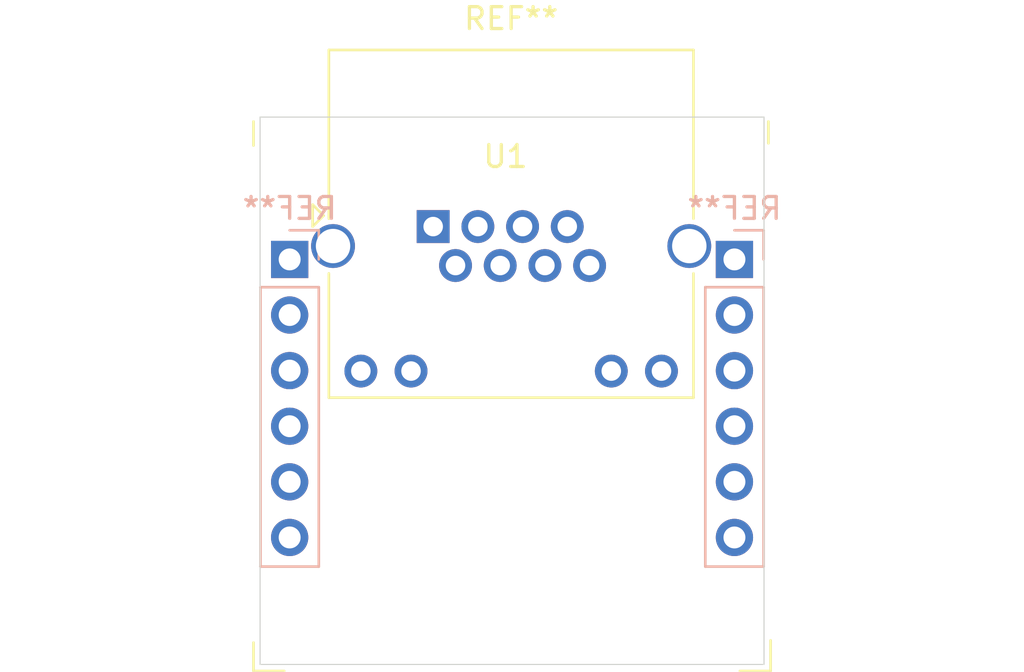
<source format=kicad_pcb>
(kicad_pcb (version 20171130) (host pcbnew "(5.1.4-0-10_14)")

  (general
    (thickness 1.6)
    (drawings 4)
    (tracks 0)
    (zones 0)
    (modules 4)
    (nets 1)
  )

  (page A4)
  (layers
    (0 F.Cu signal)
    (31 B.Cu signal)
    (32 B.Adhes user)
    (33 F.Adhes user)
    (34 B.Paste user)
    (35 F.Paste user)
    (36 B.SilkS user)
    (37 F.SilkS user)
    (38 B.Mask user)
    (39 F.Mask user)
    (40 Dwgs.User user)
    (41 Cmts.User user)
    (42 Eco1.User user)
    (43 Eco2.User user)
    (44 Edge.Cuts user)
    (45 Margin user)
    (46 B.CrtYd user)
    (47 F.CrtYd user)
    (48 B.Fab user)
    (49 F.Fab user)
  )

  (setup
    (last_trace_width 0.25)
    (trace_clearance 0.2)
    (zone_clearance 0.508)
    (zone_45_only no)
    (trace_min 0.2)
    (via_size 0.8)
    (via_drill 0.4)
    (via_min_size 0.4)
    (via_min_drill 0.3)
    (uvia_size 0.3)
    (uvia_drill 0.1)
    (uvias_allowed no)
    (uvia_min_size 0.2)
    (uvia_min_drill 0.1)
    (edge_width 0.05)
    (segment_width 0.2)
    (pcb_text_width 0.3)
    (pcb_text_size 1.5 1.5)
    (mod_edge_width 0.12)
    (mod_text_size 1 1)
    (mod_text_width 0.15)
    (pad_size 1.524 1.524)
    (pad_drill 0.762)
    (pad_to_mask_clearance 0.051)
    (solder_mask_min_width 0.25)
    (aux_axis_origin 0 0)
    (visible_elements FFFFFF7F)
    (pcbplotparams
      (layerselection 0x010fc_ffffffff)
      (usegerberextensions false)
      (usegerberattributes false)
      (usegerberadvancedattributes false)
      (creategerberjobfile false)
      (excludeedgelayer true)
      (linewidth 0.100000)
      (plotframeref false)
      (viasonmask false)
      (mode 1)
      (useauxorigin false)
      (hpglpennumber 1)
      (hpglpenspeed 20)
      (hpglpendiameter 15.000000)
      (psnegative false)
      (psa4output false)
      (plotreference true)
      (plotvalue true)
      (plotinvisibletext false)
      (padsonsilk false)
      (subtractmaskfromsilk false)
      (outputformat 1)
      (mirror false)
      (drillshape 1)
      (scaleselection 1)
      (outputdirectory ""))
  )

  (net 0 "")

  (net_class Default "Dies ist die voreingestellte Netzklasse."
    (clearance 0.2)
    (trace_width 0.25)
    (via_dia 0.8)
    (via_drill 0.4)
    (uvia_dia 0.3)
    (uvia_drill 0.1)
    (add_net "Net-(U1-Pad1)")
    (add_net "Net-(U1-Pad10)")
    (add_net "Net-(U1-Pad11)")
    (add_net "Net-(U1-Pad12)")
    (add_net "Net-(U1-Pad2)")
    (add_net "Net-(U1-Pad3)")
    (add_net "Net-(U1-Pad4)")
    (add_net "Net-(U1-Pad5)")
    (add_net "Net-(U1-Pad6)")
    (add_net "Net-(U1-Pad7)")
    (add_net "Net-(U1-Pad8)")
    (add_net "Net-(U1-Pad9)")
  )

  (module Connector_PinHeader_2.54mm:PinHeader_1x06_P2.54mm_Vertical (layer B.Cu) (tedit 59FED5CC) (tstamp 5E6D1098)
    (at 150.45 83.3 180)
    (descr "Through hole straight pin header, 1x06, 2.54mm pitch, single row")
    (tags "Through hole pin header THT 1x06 2.54mm single row")
    (fp_text reference REF** (at 0 2.33) (layer B.SilkS)
      (effects (font (size 1 1) (thickness 0.15)) (justify mirror))
    )
    (fp_text value PinHeader_1x06_P2.54mm_Vertical (at 0 -15.03) (layer B.Fab)
      (effects (font (size 1 1) (thickness 0.15)) (justify mirror))
    )
    (fp_text user %R (at 0 -6.35 270) (layer B.Fab)
      (effects (font (size 1 1) (thickness 0.15)) (justify mirror))
    )
    (fp_line (start 1.8 1.8) (end -1.8 1.8) (layer B.CrtYd) (width 0.05))
    (fp_line (start 1.8 -14.5) (end 1.8 1.8) (layer B.CrtYd) (width 0.05))
    (fp_line (start -1.8 -14.5) (end 1.8 -14.5) (layer B.CrtYd) (width 0.05))
    (fp_line (start -1.8 1.8) (end -1.8 -14.5) (layer B.CrtYd) (width 0.05))
    (fp_line (start -1.33 1.33) (end 0 1.33) (layer B.SilkS) (width 0.12))
    (fp_line (start -1.33 0) (end -1.33 1.33) (layer B.SilkS) (width 0.12))
    (fp_line (start -1.33 -1.27) (end 1.33 -1.27) (layer B.SilkS) (width 0.12))
    (fp_line (start 1.33 -1.27) (end 1.33 -14.03) (layer B.SilkS) (width 0.12))
    (fp_line (start -1.33 -1.27) (end -1.33 -14.03) (layer B.SilkS) (width 0.12))
    (fp_line (start -1.33 -14.03) (end 1.33 -14.03) (layer B.SilkS) (width 0.12))
    (fp_line (start -1.27 0.635) (end -0.635 1.27) (layer B.Fab) (width 0.1))
    (fp_line (start -1.27 -13.97) (end -1.27 0.635) (layer B.Fab) (width 0.1))
    (fp_line (start 1.27 -13.97) (end -1.27 -13.97) (layer B.Fab) (width 0.1))
    (fp_line (start 1.27 1.27) (end 1.27 -13.97) (layer B.Fab) (width 0.1))
    (fp_line (start -0.635 1.27) (end 1.27 1.27) (layer B.Fab) (width 0.1))
    (pad 6 thru_hole oval (at 0 -12.7 180) (size 1.7 1.7) (drill 1) (layers *.Cu *.Mask))
    (pad 5 thru_hole oval (at 0 -10.16 180) (size 1.7 1.7) (drill 1) (layers *.Cu *.Mask))
    (pad 4 thru_hole oval (at 0 -7.62 180) (size 1.7 1.7) (drill 1) (layers *.Cu *.Mask))
    (pad 3 thru_hole oval (at 0 -5.08 180) (size 1.7 1.7) (drill 1) (layers *.Cu *.Mask))
    (pad 2 thru_hole oval (at 0 -2.54 180) (size 1.7 1.7) (drill 1) (layers *.Cu *.Mask))
    (pad 1 thru_hole rect (at 0 0 180) (size 1.7 1.7) (drill 1) (layers *.Cu *.Mask))
    (model ${KISYS3DMOD}/Connector_PinHeader_2.54mm.3dshapes/PinHeader_1x06_P2.54mm_Vertical.wrl
      (at (xyz 0 0 0))
      (scale (xyz 1 1 1))
      (rotate (xyz 0 0 0))
    )
  )

  (module Connector_PinHeader_2.54mm:PinHeader_1x06_P2.54mm_Vertical (layer B.Cu) (tedit 59FED5CC) (tstamp 5E6D101A)
    (at 130.15 83.3 180)
    (descr "Through hole straight pin header, 1x06, 2.54mm pitch, single row")
    (tags "Through hole pin header THT 1x06 2.54mm single row")
    (fp_text reference REF** (at 0 2.33) (layer B.SilkS)
      (effects (font (size 1 1) (thickness 0.15)) (justify mirror))
    )
    (fp_text value PinHeader_1x06_P2.54mm_Vertical (at 0 -15.03) (layer B.Fab)
      (effects (font (size 1 1) (thickness 0.15)) (justify mirror))
    )
    (fp_text user %R (at 0 -6.35 270) (layer B.Fab)
      (effects (font (size 1 1) (thickness 0.15)) (justify mirror))
    )
    (fp_line (start 1.8 1.8) (end -1.8 1.8) (layer B.CrtYd) (width 0.05))
    (fp_line (start 1.8 -14.5) (end 1.8 1.8) (layer B.CrtYd) (width 0.05))
    (fp_line (start -1.8 -14.5) (end 1.8 -14.5) (layer B.CrtYd) (width 0.05))
    (fp_line (start -1.8 1.8) (end -1.8 -14.5) (layer B.CrtYd) (width 0.05))
    (fp_line (start -1.33 1.33) (end 0 1.33) (layer B.SilkS) (width 0.12))
    (fp_line (start -1.33 0) (end -1.33 1.33) (layer B.SilkS) (width 0.12))
    (fp_line (start -1.33 -1.27) (end 1.33 -1.27) (layer B.SilkS) (width 0.12))
    (fp_line (start 1.33 -1.27) (end 1.33 -14.03) (layer B.SilkS) (width 0.12))
    (fp_line (start -1.33 -1.27) (end -1.33 -14.03) (layer B.SilkS) (width 0.12))
    (fp_line (start -1.33 -14.03) (end 1.33 -14.03) (layer B.SilkS) (width 0.12))
    (fp_line (start -1.27 0.635) (end -0.635 1.27) (layer B.Fab) (width 0.1))
    (fp_line (start -1.27 -13.97) (end -1.27 0.635) (layer B.Fab) (width 0.1))
    (fp_line (start 1.27 -13.97) (end -1.27 -13.97) (layer B.Fab) (width 0.1))
    (fp_line (start 1.27 1.27) (end 1.27 -13.97) (layer B.Fab) (width 0.1))
    (fp_line (start -0.635 1.27) (end 1.27 1.27) (layer B.Fab) (width 0.1))
    (pad 6 thru_hole oval (at 0 -12.7 180) (size 1.7 1.7) (drill 1) (layers *.Cu *.Mask))
    (pad 5 thru_hole oval (at 0 -10.16 180) (size 1.7 1.7) (drill 1) (layers *.Cu *.Mask))
    (pad 4 thru_hole oval (at 0 -7.62 180) (size 1.7 1.7) (drill 1) (layers *.Cu *.Mask))
    (pad 3 thru_hole oval (at 0 -5.08 180) (size 1.7 1.7) (drill 1) (layers *.Cu *.Mask))
    (pad 2 thru_hole oval (at 0 -2.54 180) (size 1.7 1.7) (drill 1) (layers *.Cu *.Mask))
    (pad 1 thru_hole rect (at 0 0 180) (size 1.7 1.7) (drill 1) (layers *.Cu *.Mask))
    (model ${KISYS3DMOD}/Connector_PinHeader_2.54mm.3dshapes/PinHeader_1x06_P2.54mm_Vertical.wrl
      (at (xyz 0 0 0))
      (scale (xyz 1 1 1))
      (rotate (xyz 0 0 0))
    )
  )

  (module Connector_RJ:RJ45_Amphenol_RJHSE538X (layer F.Cu) (tedit 5AD3662E) (tstamp 5E6CEB91)
    (at 136.7 81.8)
    (descr "Shielded, 2 LED, https://www.amphenolcanada.com/ProductSearch/drawings/AC/RJHSE538X.pdf")
    (tags "RJ45 8p8c ethernet cat5")
    (fp_text reference REF** (at 3.56 -9.5) (layer F.SilkS)
      (effects (font (size 1 1) (thickness 0.15)))
    )
    (fp_text value RJ45_Amphenol_RJHSE538X (at 3.56 9.5) (layer F.Fab)
      (effects (font (size 1 1) (thickness 0.15)))
    )
    (fp_line (start -5.5 -1) (end -5 -0.5) (layer F.SilkS) (width 0.12))
    (fp_line (start -5.5 0) (end -5.5 -1) (layer F.SilkS) (width 0.12))
    (fp_line (start -5 -0.5) (end -5.5 0) (layer F.SilkS) (width 0.12))
    (fp_text user %R (at 3.56 -6) (layer F.Fab)
      (effects (font (size 1 1) (thickness 0.15)))
    )
    (fp_line (start 13.19 -8.5) (end 13.19 8.25) (layer F.CrtYd) (width 0.05))
    (fp_line (start -6.07 8.25) (end 13.19 8.25) (layer F.CrtYd) (width 0.05))
    (fp_line (start -6.07 -8.5) (end -6.07 8.25) (layer F.CrtYd) (width 0.05))
    (fp_line (start -6.07 -8.5) (end 13.19 -8.5) (layer F.CrtYd) (width 0.05))
    (fp_line (start -4.695 -7) (end -3.695 -8) (layer F.Fab) (width 0.1))
    (fp_line (start 11.88 7.815) (end 11.88 2.14) (layer F.SilkS) (width 0.12))
    (fp_line (start -4.76 7.815) (end -4.76 2.14) (layer F.SilkS) (width 0.12))
    (fp_line (start -4.76 7.815) (end 11.88 7.815) (layer F.SilkS) (width 0.12))
    (fp_line (start 11.88 -8.065) (end 11.88 -0.36) (layer F.SilkS) (width 0.12))
    (fp_line (start -4.76 -8.065) (end -4.76 -0.36) (layer F.SilkS) (width 0.12))
    (fp_line (start -4.76 -8.065) (end 11.88 -8.065) (layer F.SilkS) (width 0.12))
    (fp_line (start 11.815 -8) (end 11.815 7.75) (layer F.Fab) (width 0.1))
    (fp_line (start -3.695 -8) (end 11.815 -8) (layer F.Fab) (width 0.1))
    (fp_line (start -4.695 7.75) (end 11.815 7.75) (layer F.Fab) (width 0.1))
    (fp_line (start -4.695 -7) (end -4.695 7.75) (layer F.Fab) (width 0.1))
    (pad 12 thru_hole circle (at 10.42 6.6) (size 1.5 1.5) (drill 0.89) (layers *.Cu *.Mask))
    (pad 11 thru_hole circle (at 8.13 6.6) (size 1.5 1.5) (drill 0.89) (layers *.Cu *.Mask))
    (pad 10 thru_hole circle (at -1.01 6.6) (size 1.5 1.5) (drill 0.89) (layers *.Cu *.Mask))
    (pad 9 thru_hole circle (at -3.3 6.6) (size 1.5 1.5) (drill 0.89) (layers *.Cu *.Mask))
    (pad SH thru_hole circle (at -4.57 0.89) (size 2 2) (drill 1.57) (layers *.Cu *.Mask))
    (pad SH thru_hole circle (at 11.69 0.89) (size 2 2) (drill 1.57) (layers *.Cu *.Mask))
    (pad "" np_thru_hole circle (at 9.91 -2.54) (size 3.25 3.25) (drill 3.25) (layers *.Cu *.Mask))
    (pad "" np_thru_hole circle (at -2.79 -2.54) (size 3.25 3.25) (drill 3.25) (layers *.Cu *.Mask))
    (pad 8 thru_hole circle (at 7.14 1.78) (size 1.5 1.5) (drill 0.89) (layers *.Cu *.Mask))
    (pad 6 thru_hole circle (at 5.1 1.78) (size 1.5 1.5) (drill 0.89) (layers *.Cu *.Mask))
    (pad 4 thru_hole circle (at 3.06 1.78) (size 1.5 1.5) (drill 0.89) (layers *.Cu *.Mask))
    (pad 2 thru_hole circle (at 1.02 1.78) (size 1.5 1.5) (drill 0.89) (layers *.Cu *.Mask))
    (pad 7 thru_hole circle (at 6.12 0) (size 1.5 1.5) (drill 0.89) (layers *.Cu *.Mask))
    (pad 5 thru_hole circle (at 4.08 0) (size 1.5 1.5) (drill 0.89) (layers *.Cu *.Mask))
    (pad 3 thru_hole circle (at 2.04 0) (size 1.5 1.5) (drill 0.89) (layers *.Cu *.Mask))
    (pad 1 thru_hole rect (at 0 0) (size 1.5 1.5) (drill 0.89) (layers *.Cu *.Mask))
    (model ${KISYS3DMOD}/Connector_RJ.3dshapes/RJ45_Amphenol_RJHSE538X.wrl
      (at (xyz 0 0 0))
      (scale (xyz 1 1 1))
      (rotate (xyz 0 0 0))
    )
  )

  (module custom:W5500_mini (layer F.Cu) (tedit 5E676908) (tstamp 5E6CDC8D)
    (at 140.3 76.8)
    (path /5E6C8B1A)
    (fp_text reference U1 (at -0.3 1.8) (layer F.SilkS)
      (effects (font (size 1 1) (thickness 0.15)))
    )
    (fp_text value W5500_mini (at -0.2 23.3) (layer F.Fab)
      (effects (font (size 1 1) (thickness 0.15)))
    )
    (fp_line (start 11.7 0.2) (end 11.7 1.2) (layer F.SilkS) (width 0.12))
    (fp_line (start 11.8 25.3) (end 11.8 23.9) (layer F.SilkS) (width 0.12))
    (fp_line (start 11.8 25.3) (end 10.4 25.3) (layer F.SilkS) (width 0.12))
    (fp_line (start -11.8 25.3) (end -10.4 25.3) (layer F.SilkS) (width 0.12))
    (fp_line (start -11.8 24) (end -11.8 25.3) (layer F.SilkS) (width 0.12))
    (fp_line (start -11.8 0.2) (end -11.8 1.3) (layer F.SilkS) (width 0.12))
    (fp_line (start 8.05 21.8) (end 8.05 -3) (layer F.CrtYd) (width 0.12))
    (fp_line (start -8.05 -3) (end -8.05 21.8) (layer F.CrtYd) (width 0.12))
    (fp_line (start -8.05 21.8) (end 8.05 21.8) (layer F.CrtYd) (width 0.12))
    (fp_line (start -8.05 -3) (end 8.05 -3) (layer F.CrtYd) (width 0.12))
    (fp_line (start 11.5 25) (end 11.5 0) (layer F.CrtYd) (width 0.12))
    (fp_line (start -11.5 0) (end -11.5 25) (layer F.CrtYd) (width 0.12))
    (fp_line (start -11.5 25) (end 11.5 25) (layer F.CrtYd) (width 0.12))
    (fp_line (start -11.5 0) (end 11.5 0) (layer F.CrtYd) (width 0.12))
    (pad 12 thru_hole circle (at 10.16 6.5) (size 1.6 1.6) (drill 0.9) (layers *.Cu *.Mask))
    (pad 11 thru_hole circle (at 10.16 9.04) (size 1.6 1.6) (drill 0.9) (layers *.Cu *.Mask))
    (pad 10 thru_hole circle (at 10.16 11.58) (size 1.6 1.6) (drill 0.9) (layers *.Cu *.Mask))
    (pad 9 thru_hole circle (at 10.16 14.12) (size 1.6 1.6) (drill 0.9) (layers *.Cu *.Mask))
    (pad 8 thru_hole circle (at 10.16 16.66) (size 1.6 1.6) (drill 0.9) (layers *.Cu *.Mask))
    (pad 7 thru_hole circle (at 10.16 19.2) (size 1.6 1.6) (drill 0.9) (layers *.Cu *.Mask))
    (pad 6 thru_hole circle (at -10.16 19.2) (size 1.6 1.6) (drill 0.9) (layers *.Cu *.Mask))
    (pad 5 thru_hole circle (at -10.16 16.66) (size 1.6 1.6) (drill 0.9) (layers *.Cu *.Mask))
    (pad 4 thru_hole circle (at -10.16 14.12) (size 1.6 1.6) (drill 0.9) (layers *.Cu *.Mask))
    (pad 3 thru_hole circle (at -10.16 11.58) (size 1.6 1.6) (drill 0.9) (layers *.Cu *.Mask))
    (pad 2 thru_hole circle (at -10.16 9.04) (size 1.6 1.6) (drill 0.9) (layers *.Cu *.Mask))
    (pad 1 thru_hole rect (at -10.16 6.5) (size 1.6 1.6) (drill 0.9) (layers *.Cu *.Mask))
  )

  (gr_line (start 128.8 101.8) (end 128.8 76.8) (layer Edge.Cuts) (width 0.05) (tstamp 5E6CDCE5))
  (gr_line (start 151.8 101.8) (end 128.8 101.8) (layer Edge.Cuts) (width 0.05))
  (gr_line (start 151.8 76.8) (end 151.8 101.8) (layer Edge.Cuts) (width 0.05))
  (gr_line (start 128.8 76.8) (end 151.8 76.8) (layer Edge.Cuts) (width 0.05))

)

</source>
